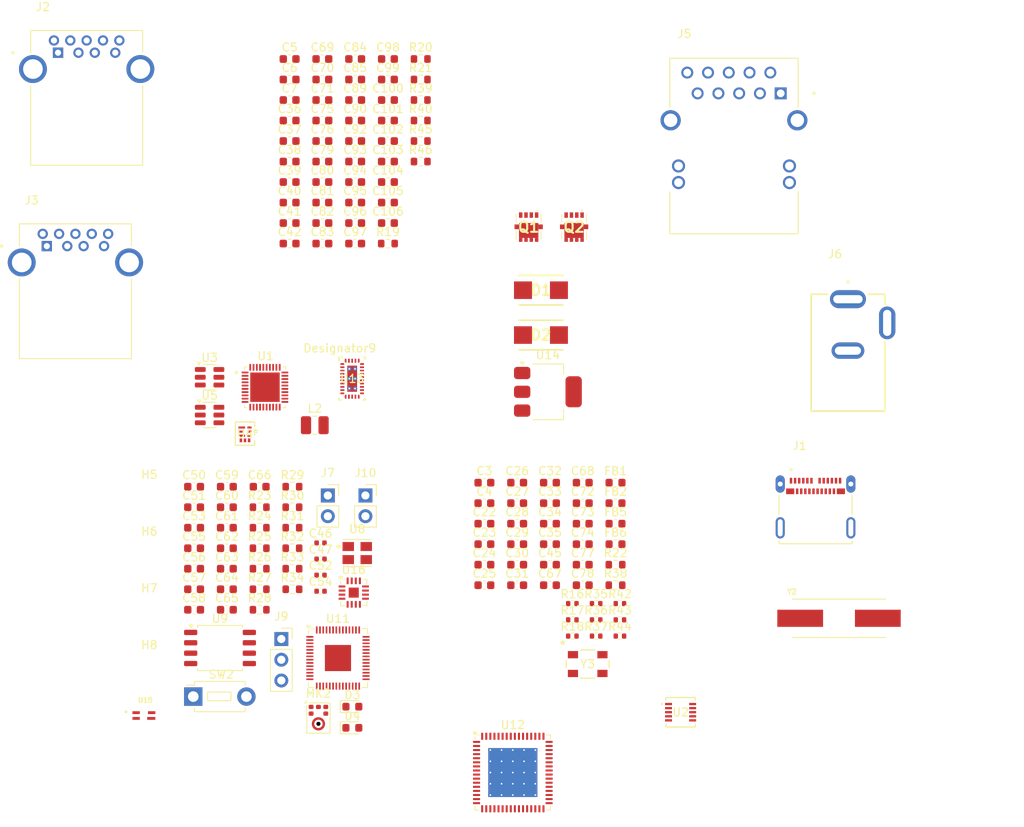
<source format=kicad_pcb>
(kicad_pcb (version 20241229) (generator "pcbnew") (generator_version "9.0")
  (layers (0 "F.Cu" signal) (2 "B.Cu" signal) (13 "F.Paste" user) (15 "B.Paste" user) (5 "F.SilkS" user "F.Silkscreen") (7 "B.SilkS" user "B.Silkscreen") (1 "F.Mask" user) (3 "B.Mask" user) (25 "Edge.Cuts" user))
  (net 0 "")
  (net 1 "Net-(U2-OUT2)")
  (net 2 "+5V")
  (net 3 "Net-(U2-OUT1)")
  (net 4 "GND")
  (net 5 "/UP_VBUS_DIODE")
  (net 6 "+3.3V")
  (net 7 "Net-(C22-Pad2)")
  (net 8 "Net-(C30-Pad2)")
  (net 9 "Net-(U13-TX1P)")
  (net 10 "/IN_TX1+")
  (net 11 "+1V1")
  (net 12 "/IN_TX1-")
  (net 13 "Net-(U13-TX1N)")
  (net 14 "Net-(U13-TX2P)")
  (net 15 "/IN_TX2+")
  (net 16 "/IN_TX2-")
  (net 17 "Net-(U13-TX2N)")
  (net 18 "Net-(U12-GRSTz)")
  (net 19 "/RP2040/XIN")
  (net 20 "/RP2040/XOUT")
  (net 21 "Net-(U11-VREG_VOUT)")
  (net 22 "Net-(U12-XO)")
  (net 23 "Net-(U12-XI)")
  (net 24 "Net-(U1-CKXTAL1)")
  (net 25 "/Power_Supply_5.0")
  (net 26 "/DN2_VBUS")
  (net 27 "/DN3_VBUS")
  (net 28 "/UP_VBUS")
  (net 29 "Net-(U1-U3SSTXP)")
  (net 30 "/DN1_TXN")
  (net 31 "Net-(U1-U3SSTXN)")
  (net 32 "/DN1_TXP")
  (net 33 "Net-(U3-VCAP)")
  (net 34 "Net-(J2-SSTX-)")
  (net 35 "/DN2_TXN")
  (net 36 "/DN2_TXP")
  (net 37 "Net-(J2-SSTX+)")
  (net 38 "/DN3_TXN")
  (net 39 "Net-(J3-SSTX-)")
  (net 40 "Net-(J3-SSTX+)")
  (net 41 "/DN3_TXP")
  (net 42 "Net-(U5-VCAP)")
  (net 43 "Net-(D3-A)")
  (net 44 "Net-(D4-A)")
  (net 45 "/DN2_D-")
  (net 46 "/DN2_RXN")
  (net 47 "/DN2_RXP")
  (net 48 "/DN2_D+")
  (net 49 "/DN3_D-")
  (net 50 "/DN3_D+")
  (net 51 "/DN3_RXN")
  (net 52 "/DN3_RXP")
  (net 53 "/TD3-")
  (net 54 "/ETH_LED2")
  (net 56 "Net-(J5-PadP11)")
  (net 57 "/TD2-")
  (net 58 "/TD4-")
  (net 59 "/TD2+")
  (net 60 "/TD3+")
  (net 61 "/TD1-")
  (net 63 "/TD1+")
  (net 64 "/ETH_LED0")
  (net 65 "/TD4+")
  (net 66 "Net-(J7-Pin_2)")
  (net 67 "/RP2040/SWD")
  (net 68 "/RP2040/SWCLK")
  (net 69 "Net-(J10-Pin_1)")
  (net 70 "Net-(J10-Pin_2)")
  (net 71 "Net-(U4-SW)")
  (net 72 "Net-(MK2-BCLK)")
  (net 73 "Net-(MK2-WS)")
  (net 74 "Net-(MK2-DATA)")
  (net 75 "Net-(Q1-G)")
  (net 76 "Net-(Q2-G)")
  (net 77 "Net-(U12-USB_VBUS)")
  (net 78 "Net-(U12-USB_R1)")
  (net 79 "Net-(U13-DIR)")
  (net 80 "Net-(U13-PORT)")
  (net 81 "Net-(U13-VBUS_DET)")
  (net 82 "Net-(U12-TEST)")
  (net 83 "/RP2040/QSPI_SS")
  (net 84 "/DN0_D+")
  (net 85 "Net-(U11-USB_DP)")
  (net 86 "Net-(U11-USB_DM)")
  (net 87 "/DN0_D-")
  (net 88 "/RP2040/GPIO8")
  (net 89 "/RP2040/GPIO9")
  (net 90 "/RP2040/GPIO6")
  (net 91 "/RP2040/GPIO3")
  (net 92 "/RP2040/GPIO4")
  (net 93 "/RP2040/GPIO7")
  (net 94 "/RP2040/GPIO5")
  (net 95 "Net-(U16-~{SD_MODE})")
  (net 96 "Net-(U12-AUTOENz{slash}HS_SUSPEND)")
  (net 97 "Net-(U12-GANGED{slash}SMBA2{slash}HS_UP)")
  (net 98 "Net-(U12-FULLPWRMGMTz{slash}SMBA1{slash}SS_UP)")
  (net 99 "Net-(U1-RSET)")
  (net 100 "/USB HUB/OVERCUR2")
  (net 101 "/USB HUB/OVERCUR3")
  (net 102 "Net-(U2-ILIM)")
  (net 103 "Net-(U4-FB{slash}VSET)")
  (net 104 "Net-(U4-MODE{slash}S-CONF)")
  (net 105 "/RP2040/RUN")
  (net 107 "/DN1_RXP")
  (net 109 "/DN1_RXN")
  (net 112 "/ETH_LED1")
  (net 113 "/DN1_D+")
  (net 114 "/DN1_D-")
  (net 115 "/USB HUB/BATEN3")
  (net 116 "/USB HUB/BATEN2")
  (net 119 "/RP2040/QSPI_SD3")
  (net 120 "/RP2040/QSPI_SD1")
  (net 121 "/RP2040/QSPI_SCLK")
  (net 122 "/RP2040/QSPI_SD0")
  (net 123 "/RP2040/QSPI_SD2")
  (net 136 "/RP2040/GPIO1")
  (net 145 "/RP2040/GPIO2")
  (net 146 "/RP2040/GPIO0")
  (net 150 "/USB HUB/USB_DN_CH0_TXP")
  (net 153 "/USB HUB/USB_DN_CH0_RXN")
  (net 154 "/UP_D-")
  (net 155 "/USB HUB/USB_DN_CH0_RXP")
  (net 156 "/UP_RXP")
  (net 157 "/UP_RXN")
  (net 160 "/UP_TXN")
  (net 161 "/UP_TXP")
  (net 162 "/USB HUB/USB_DN_CH0_TXN")
  (net 163 "/UP_D+")
  (net 168 "/IN_RX1-")
  (net 171 "/IN_RX2-")
  (net 172 "/IN_RX1+")
  (net 175 "/IN_CC2")
  (net 176 "/IN_CC1")
  (net 178 "/IN_RX2+")
  (footprint "Resistor_SMD:R_0402_1005Metric" (layer "F.Cu") (at 97.349999 89.342)
    (property "Reference" "R17")
    (property "Value" "10K")
  )
  (footprint "Capacitor_SMD:C_0603_1608Metric" (layer "F.Cu") (at 90.599999 72.552)
    (property "Reference" "C26")
    (property "Value" "0.1uF")
  )
  (footprint "ABLS_25_000MHZ_B2F_T:XTAL_ABLS-25.000MHZ-B2F-T" (layer "F.Cu") (at 129.9716 89.154)
    (property "Reference" "Y2")
    (property "Value" "ABLS-25.000MHZ-B2F-T")
  )
  (footprint "Capacitor_SMD:C_0402_1005Metric" (layer "F.Cu") (at 66.5458 79.928)
    (property "Reference" "C46")
    (property "Value" "15pF")
  )
  (footprint "Capacitor_SMD:C_0603_1608Metric" (layer "F.Cu") (at 70.7798 43.2816)
    (property "Reference" "C97")
    (property "Value" "0.1uF")
  )
  (footprint "MountingHole:MountingHole_2.7mm_M2.5" (layer "F.Cu") (at 45.5958 75.268)
    (property "Reference" "H5")
    (property "Value" "MountingHole")
  )
  (footprint "Capacitor_SMD:C_0603_1608Metric" (layer "F.Cu") (at 70.7798 38.2616)
    (property "Reference" "C95")
    (property "Value" "0.1uF")
  )
  (footprint "Capacitor_SMD:C_0603_1608Metric" (layer "F.Cu") (at 90.599999 85.102)
    (property "Reference" "C31")
    (property "Value" "0.1uF")
  )
  (footprint "Capacitor_SMD:C_0603_1608Metric" (layer "F.Cu") (at 94.609999 85.102)
    (property "Reference" "C67")
    (property "Value" "18pF")
  )
  (footprint "Package_DFN_QFN:QFN-56-1EP_7x7mm_P0.4mm_EP3.2x3.2mm" (layer "F.Cu") (at 68.6758 94.018)
    (property "Reference" "U11")
    (property "Value" "RP2040")
  )
  (footprint "Capacitor_SMD:C_0402_1005Metric" (layer "F.Cu") (at 66.5458 85.838)
    (property "Reference" "C54")
    (property "Value" "1μF")
  )
  (footprint "Capacitor_SMD:C_0603_1608Metric" (layer "F.Cu") (at 62.7598 38.2616)
    (property "Reference" "C40")
    (property "Value" "100nF")
  )
  (footprint "Capacitor_SMD:C_0603_1608Metric" (layer "F.Cu") (at 55.0858 78.068)
    (property "Reference" "C61")
    (property "Value" "100nF")
  )
  (footprint "Inductor_SMD:L_0603_1608Metric" (layer "F.Cu") (at 102.629999 72.552)
    (property "Reference" "FB1")
    (property "Value" "220 @100MHz")
  )
  (footprint "Capacitor_SMD:C_0603_1608Metric" (layer "F.Cu") (at 70.7798 25.7116)
    (property "Reference" "C89")
    (property "Value" "100nF")
  )
  (footprint "Capacitor_SMD:C_0603_1608Metric" (layer "F.Cu") (at 86.589999 75.062)
    (property "Reference" "C4")
    (property "Value" "150uF")
  )
  (footprint "Capacitor_SMD:C_0603_1608Metric" (layer "F.Cu") (at 62.7598 35.7516)
    (property "Reference" "C39")
    (property "Value" "100nF")
  )
  (footprint "Resistor_SMD:R_0603_1608Metric" (layer "F.Cu") (at 63.1058 80.578)
    (property "Reference" "R32")
    (property "Value" "2.2kΩ")
  )
  (footprint "Capacitor_SMD:C_0603_1608Metric" (layer "F.Cu") (at 74.7898 33.2416)
    (property "Reference" "C103")
    (property "Value" "100nF")
  )
  (footprint "Capacitor_SMD:C_0603_1608Metric" (layer "F.Cu") (at 62.7598 30.7316)
    (property "Reference" "C37")
    (property "Value" "100nF")
  )
  (footprint "Resistor_SMD:R_0603_1608Metric" (layer "F.Cu") (at 63.1058 85.598)
    (property "Reference" "R34")
    (property "Value" "1MΩ")
  )
  (footprint "SMBJ:DIONM5436X261N" (layer "F.Cu") (at 93.509999 54.482)
    (property "Reference" "D2")
    (property "Value" "SMBJ33CA" (hide yes))
  )
  (footprint "DCJ200-10-A-XX-K_REVA:GCT_DCJ200-10-A-XX-K_REVA" (layer "F.Cu") (at 131.064 56.642)
    (property "Reference" "J6")
    (property "Value" "DCJ200-10-A-XX-K_REVA")
  )
  (footprint "Capacitor_SMD:C_0603_1608Metric" (layer "F.Cu") (at 98.619999 85.102)
    (property "Reference" "C78")
    (property "Value" "0.1uF")
  )
  (footprint "Capacitor_SMD:C_0603_1608Metric" (layer "F.Cu") (at 90.599999 82.592)
    (property "Reference" "C30")
    (property "Value" "0.1uF")
  )
  (footprint "Capacitor_SMD:C_0603_1608Metric" (layer "F.Cu") (at 51.0758 78.068)
    (property "Reference" "C53")
    (property "Value" "100nF")
  )
  (footprint "Connector_PinSocket_2.54mm:PinSocket_1x03_P2.54mm_Vertical" (layer "F.Cu") (at 61.7458 91.688)
    (property "Reference" "J9")
    (property "Value" "Conn_01x03")
  )
  (footprint "Capacitor_SMD:C_0603_1608Metric" (layer "F.Cu") (at 66.7698 30.7316)
    (property "Reference" "C76")
    (property "Value" "10nF")
  )
  (footprint "Capacitor_SMD:C_0603_1608Metric" (layer "F.Cu") (at 51.0758 83.088)
    (property "Reference" "C56")
    (property "Value" "100nF")
  )
  (footprint "Capacitor_SMD:C_0603_1608Metric" (layer "F.Cu") (at 74.7898 35.7516)
    (property "Reference" "C104")
    (property "Value" "100nF")
  )
  (footprint "Connector_PinSocket_2.54mm:PinSocket_1x02_P2.54mm_Vertical" (layer "F.Cu") (at 67.4358 74.118)
    (property "Reference" "J7")
    (property "Value" "Conn_01x02")
  )
  (footprint "Capacitor_SMD:C_0603_1608Metric" (layer "F.Cu") (at 59.0958 73.048)
    (property "Reference" "C66")
    (property "Value" "0.1μF")
  )
  (footprint "Resistor_SMD:R_0402_1005Metric" (layer "F.Cu") (at 103.169999 89.342)
    (property "Reference" "R43")
    (property "Value" "10K")
  )
  (footprint "Package_TO_SOT_SMD:SOT-23-6" (layer "F.Cu") (at 52.969999 59.647)
    (property "Reference" "U3")
    (property "Value" "LM74700")
  )
  (footprint "Package_TO_SOT_SMD:SOT-223-3_TabPin2" (layer "F.Cu") (at 94.359999 61.427)
    (property "Reference" "U14")
    (property "Value" "NCP1117-3.3_SOT223")
  )
  (footprint "Capacitor_SMD:C_0603_1608Metric" (layer "F.Cu") (at 74.7898 25.7116)
    (property "Reference" "C100")
    (property "Value" "22uF")
  )
  (footprint "Capacitor_SMD:C_0603_1608Metric" (layer "F.Cu") (at 98.619999 75.062)
    (property "Reference" "C72")
    (property "Value" "0.1uF")
  )
  (footprint "KiCad:NVTFS6H854NTAG" (layer "F.Cu") (at 97.564999 41.232)
    (property "Reference" "Q2")
    (property "Value" "NTTFS5C673NLTAG" (hide yes))
  )
  (footprint "Capacitor_SMD:C_0603_1608Metric" (layer "F.Cu") (at 66.7698 40.7716)
    (property "Reference" "C82")
    (property "Value" "0.1uF")
  )
  (footprint "Resistor_SMD:R_0603_1608Metric" (layer "F.Cu") (at 78.7998 20.6916)
    (property "Reference" "R20")
    (property "Value" "4.7k")
  )
  (footprint "Capacitor_SMD:C_0603_1608Metric" (layer "F.Cu") (at 70.7798 30.7316)
    (property "Reference" "C92")
    (property "Value" "0.1uF")
  )
  (footprint "Capacitor_SMD:C_0603_1608Metric" (layer "F.Cu") (at 90.599999 77.572)
    (property "Reference" "C28")
    (property "Value" "0.1uF")
  )
  (footprint "Capacitor_SMD:C_0603_1608Metric" (layer "F.Cu") (at 66.7698 25.7116)
    (property "Reference" "C71")
    (property "Value" "22nF")
  )
  (footprint "Connector_PinSocket_2.54mm:PinSocket_1x02_P2.54mm_Vertical" (layer "F.Cu") (at 72.0358 74.118)
    (property "Reference" "J10")
    (property "Value" "Conn_01x02")
  )
  (footprint "SMBJ:DIONM5436X261N" (layer "F.Cu") (at 93.509999 48.992)
    (property "Reference" "D1")
    (property "Value" "SMBJ33CA" (hide yes))
  )
  (footprint "Resistor_SMD:R_0402_1005Metric" (layer "F.Cu") (at 103.169999 91.332)
    (property "Reference" "R44")
    (property "Value" "25.5K")
  )
  (footprint "Capacitor_SMD:C_0603_1608Metric" (layer "F.Cu") (at 55.0858 80.578)
    (property "Reference" "C62")
    (property "Value" "0.1μF")
  )
  (footprint "Capacitor_SMD:C_0603_1608Metric" (layer "F.Cu") (at 74.7898 23.2016)
    (property "Reference" "C99")
    (property "Value" "0.1uF")
  )
  (footprint "Capacitor_SMD:C_0603_1608Metric" (layer "F.Cu") (at 51.0758 85.598)
    (property "Reference" "C57")
    (property "Value" "100nF")
  )
  (footprint "Capacitor_SMD:C_0603_1608Metric" (layer "F.Cu") (at 66.7698 28.2216)
    (property "Reference" "C75")
    (property "Value" "0.1uF")
  )
  (footprint "Capacitor_SMD:C_0603_1608Metric" (layer "F.Cu") (at 74.7898 30.7316)
    (property "Reference" "C102")
    (property "Value" "100nF")
  )
  (footprint "Capacitor_SMD:C_0603_1608Metric" (layer "F.Cu") (at 90.599999 75.062)
    (property "Reference" "C27")
    (property "Value" "0.1uF")
  )
  (footprint "Capacitor_SMD:C_0603_1608Metric" (layer "F.Cu") (at 70.7798 28.2216)
    (property "Reference" "C90")
    (property "Value" "100nF")
  )
  (footprint "HD3SS:RNH0030A" (layer "F.Cu") (at 70.414401 59.8232)
    (property "Reference" "U13")
    (property "Value" "HD3SS3220IRNHR")
  )
  (footprint "Capacitor_SMD:C_0603_1608Metric" (layer "F.Cu") (at 86.589999 82.592)
    (property "Reference" "C24")
    (property "Value" "0.1uF")
  )
  (footprint "Capacitor_SMD:C_0603_1608Metric" (layer "F.Cu") (at 98.619999 82.592)
    (property "Reference" "C77")
    (property "Value" "0.1uF")
  )
  (footprint "Capacitor_SMD:C_0603_1608Metric" (layer "F.Cu") (at 66.7698 33.2416)
    (property "Reference" "C79")
    (property "Value" "0.1uF")
  )
  (footprint "Capacitor_SMD:C_0603_1608Metric" (layer "F.Cu") (at 55.0858 88.108)
    (property "Reference" "C65")
    (property "Value" "10μF")
  )
  (footprint "10152803_00011LF:AMPHENOL_10152803-00011LF" (layer "F.Cu") (at 127.0996 78.0796)
    (property "Reference" "J1")
    (property "Value" "10152803-00011LF")
    (fp_line (start -4.62 -4.86) (end -4.62 -5.86) (stroke (width 0.01)) (layer "Edge.Cuts"))
    (fp_line (start -4.02 -5.86) (end -4.02 -4.86) (stroke (width 0.01)) (layer "Edge.Cuts"))
    (fp_line (start 4.02 -4.86) (end 4.02 -5.86) (stroke (width 0.01)) (layer "Edge.Cuts"))
    (fp_line (start 4.62 -5.86) (end 4.62 -4.86) (stroke (width 0.01)) (layer "Edge.Cuts"))
    (fp_arc (start -4.62 -5.86) (mid -4.532132 -6.072132) (end -4.32 -6.16) (stroke (width 0.01)) (layer "Edge.Cuts"))
    (fp_arc (start -4.32 -6.16) (mid -4.107868 -6.072132) (end -4.02 -5.86) (stroke (width 0.01)) (layer "Edge.Cuts"))
    (fp_arc (start -4.32 -4.56) (mid -4.532132 -4.647868) (end -4.62 -4.86) (stroke (width 0.01)) (layer "Edge.Cuts"))
    (fp_arc (start -4.02 -4.86) (mid -4.107868 -4.647868) (end -4.32 -4.56) (stroke (width 0.01)) (layer "Edge.Cuts"))
    (fp_arc (start 4.02 -5.86) (mid 4.107868 -6.072132) (end 4.32 -6.16) (stroke (width 0.01)) (layer "Edge.Cuts"))
    (fp_arc (start 4.32 -6.16) (mid 4.532132 -6.072132) (end 4.62 -5.86) (stroke (width 0.01)) (layer "Edge.Cuts"))
    (fp_arc (start 4.32 -4.56) (mid 4.107868 -4.647868) (end 4.02 -4.86) (stroke (width 0.01)) (layer "Edge.Cuts"))
    (fp_arc (start 4.62 -4.86) (mid 4.532132 -4.647868) (end 4.32 -4.56) (stroke (width 0.01)) (layer "Edge.Cuts"))
  )
  (footprint "Capacitor_SMD:C_0603_1608Metric" (layer "F.Cu") (at 70.7798 35.7516)
    (property "Reference" "C94")
    (property "Value" "0.1uF")
  )
  (footprint "Capacitor_SMD:C_0603_1608Metric" (layer "F.Cu") (at 55.0858 73.048)
    (property "Reference" "C59")
    (property "Value" "100nF")
  )
  (footprint "GSB4111312HR:AMPHENOL_GSB4111312HR" (layer "F.Cu") (at 36.5579 45.5936)
    (property "Reference" "J3")
    (property "Value" "GSB4111312HR")
  )
  (footprint "footprints1:CRYSTAL_ABM3C_ABR" (layer "F.Cu") (at 99.227099 94.7574)
    (property "Reference" "Y3")
    (property "Value" "ABM3C-24.000MHZ-D4Y-T")
  )
  (footprint "Capacitor_SMD:C_0603_1608Metric" (layer "F.Cu") (at 94.609999 82.592)
    (property "Reference" "C45")
    (property "Value" "1uF")
  )
  (footprint "Resistor_SMD:R_0603_1608Metric" (layer "F.Cu") (at 59.0958 83.088)
    (property "Reference" "R26")
    (property "Value" "27Ω")
  )
  (footprint "Capacitor_SMD:C_0603_1608Metric" (layer "F.Cu") (at 86.589999 72.552)
    (property "Reference" "C3")
    (property "Value" "150uF")
  )
  (footprint "Capacitor_SMD:C_0402_1005Metric" (layer "F.Cu") (at 66.5458 81.898)
    (property "Reference" "C47")
    (property "Value" "15pF")
  )
  (footprint "ABM8-272-T3:ABM8-272-T3" (layer "F.Cu") (at 71.0348 81.167)
    (property "Reference" "U8")
    (property "Value" "ABM8-272-T3")
  )
  (footprint "Capacitor_SMD:C_0603_1608Metric" (layer "F.Cu") (at 62.7598 28.2216)
    (property "Reference" "C36")
    (property "Value" "100nF")
  )
  (footprint "Capacitor_SMD:C_0603_1608Metric" (layer "F.Cu") (at 74.7898 28.2216)
    (property "Reference" "C101")
    (property "Value" "10uF")
  )
  (footprint "Resistor_SMD:R_0402_1005Metric" (layer "F.Cu") (at 103.169999 87.352)
    (property "Reference" "R42")
    (property "Value" "10K")
  )
  (footprint "Capacitor_SMD:C_0603_1608Metric" (layer "F.Cu") (at 70.7798 33.2416)
    (property "Reference" "C93")
    (property "Value" "0.1uF")
  )
  (footprint "Button_Switch_THT:SW_PUSH_1P1T_6x3.5mm_H4.3_APEM_MJTP1243" (layer "F.Cu") (at 50.9758 98.738)
    (property "Reference" "SW2")
    (property "Value" "SW_Push")
  )
  (footprint "Capacitor_SMD:C_0603_1608Metric" (layer "F.Cu") (at 62.7598 40.7716)
    (property "Reference" "C41")
    (property "Value" "10μF")
  )
  (footprint "footprints:DRC10_2P4X1P65" (layer "F.Cu") (at 110.589799 100.650799)
    (property "Reference" "U2")
    (property "Value" "TPS2561DRCR")
  )
  (footprint "Capacitor_SMD:C_0603_1608Metric" (layer "F.Cu") (at 62.7598 25.7116)
    (property "Reference" "C7")
    (property "Value" "100uF")
  )
  (footprint "Capacitor_SMD:C_0603_1608Metric" (layer "F.Cu") (at 98.619999 72.552)
    (property "Reference" "C68")
    (property "Value" "18pF")
  )
  (footprint "Resistor_SMD:R_0603_1608Metric" (layer "F.Cu") (at 74.7898 43.2816)
    (property "Reference" "R19")
    (property "Value" "200K")
  )
  (footprint "MountingHole:MountingHole_2.7mm_M2.5" (layer "F.Cu") (at 45.5958 96.118)
    (property "Reference" "H8")
    (property "Value" "MountingHole")
  )
  (footprint "Capacitor_SMD:C_0603_1608Metric" (layer "F.Cu") (at 62.7598 33.2416)
    (property "Reference" "C38")
    (property "Value" "100nF")
  )
  (footprint "Resistor_SMD:R_0603_1608Metric" (layer "F.Cu") (at 59.0958 80.578)
    (property "Reference" "R25")
    (property "Value" "27Ω")
  )
  (footprint "Capacitor_SMD:C_0603_1608Metric" (layer "F.Cu") (at 51.0758 88.108)
    (property "Reference" "C58")
    (property "Value" "100nF")
  )
  (footprint "Resistor_SMD:R_0603_1608Metric" (layer "F.Cu") (at 59.0958 85.598)
    (property "Reference" "R27")
    (property "Value" "150Ω")
  )
  (footprint "Inductor_SMD:L_0603_1608Metric" (layer "F.Cu") (at 102.629999 75.062)
    (property "Reference" "FB2")
    (property "Value" "220 @100MHz")
  )
  (footprint "RTL8153B-VB-CG:QFN40P500X500X90-41N" (layer "F.Cu") (at 59.744999 60.867)
    (property "Reference" "U1")
    (property "Value" "RTL8153B-VB-CG")
  )
  (footprint "Capacitor_SMD:C_0603_1608Metric" (layer "F.Cu") (at 55.0858 83.088)
    (property "Reference" "C63")
    (property "Value" "200pF")
  )
  (footprint "Sensor_Audio:Knowles_SPH0645LM4H-6_3.5x2.65mm" (layer "F.Cu") (at 66.2858 101.363)
    (property "Reference" "MK2")
    (property "Value" "SPH0645LM4H")
  )
  (footprint "Resistor_SMD:R_0603_1608Metric" (layer "F.Cu") (at 78.7998 33.2416)
    (property "Reference" "R46")
    (property "Value" "26.1K")
  )
  (footprint "Resistor_SMD:R_0402_1005Metric" (layer "F.Cu") (at 100.259999 87.352)
    (property "Reference" "R35")
    (property "Value" "4.7K")
  )
  (footprint "Resistor_SMD:R_0603_1608Metric" (layer "F.Cu") (at 78.7998 28.2216)
    (property "Reference" "R40")
    (property "Value" "470R")
  )
  (footprint "Resistor_SMD:R_0603_1608Metric" (layer "F.Cu") (at 63.1058 83.088)
    (property "Reference" "R33")
    (property "Value" "51Ω")
  )
  (footprint "Capacitor_SMD:C_0603_1608Metric" (layer "F.Cu") (at 94.609999 75.062)
    (property "Reference" "C33")
    (property "Value" "0.1uF")
  )
  (footprint "Capacitor_SMD:C_0603_1608Metric" (layer "F.Cu") (at 94.609999 72.552)
    (property "Reference" "C32")
    (property "Value" "0.1uF")
  )
  (footprint "Package_DFN_QFN:QFN-64-1EP_9x9mm_P0.5mm_EP6x6mm_ThermalVias" (layer "F.Cu") (at 90.0672 108.0337)
    (property "Reference" "U12")
    (property "Value" "TUSB8041")
  )
  (footprint "Resistor_SMD:R_0402_1005Metric" (layer "F.Cu") (at 100.259999 91.332)
    (property "Reference" "R37")
    (property "Value" "4.7K")
  )
  (footprint "Capacitor_SMD:C_0603_1608Metric" (layer "F.Cu") (at 51.0758 75.558)
    (property "Reference" "C51")
    (property "Value" "100nF")
  )
  (footprint "Capacitor_SMD:C_0603_1608Metric" (layer "F.Cu") (at 70.7798 20.6916)
    (property "Reference" "C84")
    (property "Value" "0.1uF")
  )
  (footprint "Capacitor_SMD:C_0603_1608Metric" (layer "F.Cu") (at 98.619999 80.082)
    (property "Reference" "C74")
    (property "Value" "0.1uF")
  )
  (footprint "Capacitor_SMD:C_0603_1608Metric" (layer "F.Cu") (at 55.0858 85.598)
    (property "Reference" "C64")
    (property "Value" "100nF")
  )
  (footprint "Inductor_SMD:L_1008_2520Metric" (layer "F.Cu") (at 65.839999 65.522)
    (property "Reference" "L2")
    (property "Value" "1uH")
  )
  (footprint "Capacitor_SMD:C_0603_1608Metric" (layer "F.Cu") (at 94.609999 80.082)
    (property "Reference" "C35")
    (property "Value" "10uF")
  )
  (footprint "VEML6040:VISHAY_VEML6040_1.25X2X1" (layer "F.Cu") (at 44.9343 101.0565)
    (property "Reference" "U15")
    (property "Value" "VEML6040")
  )
  (footprint "Capacitor_SMD:C_0603_1608Metric" (layer "F.Cu") (at 86.589999 77.572)
    (property "Reference" "C22")
    (property "Value" "0.1uF")
  )
  (footprint "Resistor_SMD:R_0402_1005Metric" (layer "F.Cu") (at 97.349999 91.332)
    (property "Reference" "R18")
    (property "Value" "9.53K")
  )
  (footprint "Resistor_SMD:R_0603_1608Metric" (layer "F.Cu") (at 102.629999 85.102)
    (property "Reference" "R38")
    (property "Value" "4.7K")
  )
  (footprint "Resistor_SMD:R_0603_1608Metric" (layer "F.Cu") (at 59.0958 75.558)
    (property "Reference" "R23")
    (property "Value" "1kΩ")
  )
  (footprint "Capacitor_SMD:C_0603_1608Metric" (layer "F.Cu") (at 90.599999 80.082)
    (property "Reference" "C29")
    (property "Value" "10uF")
  )
  (footprint "Capacitor_SMD:C_0603_1608Metric" (layer "F.Cu") (at 86.589999 85.102)
    (property "Reference" "C25")
    (property "Value" "0.1uF")
  )
  (footprint "Package_SO:SOIC-8_5.3x5.3mm_P1.27mm" (layer "F.Cu") (at 54.2458 92.788)
    (property "Reference" "U9")
    (property "Value" "W25Q128JVS")
  )
  (footprint "Inductor_SMD:L_0603_1608Metric" (layer "F.Cu") (at 102.629999 80.082)
    (property "Reference" "FB6")
    (property "Value" "220 @100MHz")
  )
  (footprint "ARJM11D7-502-AB-EW2:ABRACON_ARJM11D7-502-AB-EW2" (layer "F.Cu") (at 117.1226 31.244)
    (property "Reference" "J5")
    (property "Value" "ARJM11D7-502-AB-EW2")
  )
  (footprint "Resistor_SMD:R_0603_1608Metric" (layer "F.Cu") (at 59.0958 78.068)
    (property "Reference" "R24")
    (property "Value" "DNF")
  )
  (footprint "Resistor_SMD:R_0603_1608Metric" (layer "F.Cu") (at 63.1058 73.048)
    (property "Reference" "R29")
    (property "Value" "2.2kΩ")
  )
  (footprint "Resistor_SMD:R_0603_1608Metric" (layer "F.Cu") (at 102.629999 82.592)
    (property "Reference" "R22")
    (property "Value" "4.7K")
  )
  (footprint "Capacitor_SMD:C_0603_1608Metric" (layer "F.Cu") (at 94.609999 77.572)
    (property "Reference" "C34")
    (property "Value" "10uF")
  )
  (footprint "Inductor_SMD:L_0603_1608Metric" (layer "F.Cu") (at 102.629999 77.572)
    (property "Reference" "FB5")
    (property "Value" "220 @100MHz")
  )
  (footprint "GSB4111312HR:AMPHENOL_GSB4111312HR" (layer "F.Cu") (at 37.9295 21.9208)
    (property "Reference" "J2")
    (property "Value" "GSB4111312HR")
  )
  (footprint "Capacitor_SMD:C_0402_1005Metric" (layer "F.Cu") (at 66.5458 83.868)
    (property "Reference" "C52")
    (property "Value" "1μF")
  )
  (footprint "Capacitor_SMD:C_0603_1608Metric" (layer "F.Cu") (at 62.7598 23.2016)
    (property "Reference" "C6")
    (property "Value" "100uF")
  )
  (footprint "Resistor_SMD:R_0603_1608Metric" (layer "F.Cu") (at 78.7998 30.7316)
    (property "Reference" "R45")
    (property "Value" "11K")
  )
  (footprint "Capacitor_SMD:C_0603_1608Metric" (layer "F.Cu") (at 74.7898 20.6916)
    (property "Reference" "C98")
    (property "Value" "0.1uF")
  )
  (footprint "Capacitor_SMD:C_0603_1608Metric" (layer "F.Cu") (at 66.7698 38.2616)
    (property "Reference" "C81")
    (property "Value" "0.1uF")
  )
  (footprint "Capacitor_SMD:C_0603_1608Metric" (layer "F.Cu") (at 70.7798 23.2016)
    (property "Reference" "C85")
    (property "Value" "22nF")
  )
  (footprint "Capacitor_SMD:C_0603_1608Metric" (layer "F.Cu") (at 86.589999 80.082)
    (property "Reference" "C23")
    (property "Value" "0.1uF")
  )
  (footprint "MountingHole:MountingHole_2.7mm_M2.5" (layer "F.Cu") (at 45.5958 89.168)
    (property "Reference" "H7")
    (property "Value" "MountingHole")
  )
  (footprint "Capacitor_SMD:C_0603_1608Metric" (layer "F.Cu") (at 62.7598 43.2816)
    (property "Reference" "C42")
    (property "Value" "10μF")
  )
  (footprint "Package_DFN_QFN:TQFN-16-1EP_3x3mm_P0.5mm_EP1.23x1.23mm" (layer "F.Cu") (at 70.6058 86.008)
    (property "Reference" "U16")
    (property "Value" "MAX98357A")
  )
  (footprint "Resistor_SMD:R_0603_1608Metric" (layer "F.Cu") (at 59.0958 88.108)
    (property "Reference" "R28")
    (property "Value" "150Ω")
  )
  (footprint "Resistor_SMD:R_0603_1608Metric" (layer "F.Cu") (at 78.7998 23.2016)
    (property "Reference" "R21")
    (property "Value" "900K")
  )
  (footprint "footprints2:QFN_902RPJR_TEX" (layer "F.Cu") (at 57.302299 66.5486)
    (property "Reference" "U4")
    (property "Value" "TPS62902RPJR")
  )
  (footprint "Capacitor_SMD:C_0603_1608Metric" (layer "F.Cu") (at 66.7698 20.6916)
    (property "Reference" "C69")
    (property "Value" "27pF")
  )
  (footprint "Capacitor_SMD:C_0603_1608Metric" (layer "F.Cu") (at 55.0858 75.558)
    (property "Reference" "C60")
    (property "Value" "100nF")
  )
  (footprint "Resistor_SMD:R_0603_1608Metric" (layer "F.Cu") (at 63.1058 78.068)
    (property "Reference" "R31")
    (property "Value" "51Ω")
  )
  (footprint "Capacitor_SMD:C_0603_1608Metric" (layer "F.Cu") (at 66.7698 23.2016)
    (property "Reference" "C70")
    (property "Value" "27pF")
  )
  (footprint "Capacitor_SMD:C_0603_1608Metric" (layer "F.Cu") (at 74.7898 38.2616)
    (property "Reference" "C105")
    (property "Value" "100nF")
  )
  (footprint "Capacitor_SMD:C_0603_1608Metric" (layer "F.Cu") (at 51.0758 80.578)
    (property "Reference" "C55")
    (property "Value" "100nF")
  )
  (footprint "Capacitor_SMD:C_0603_1608Metric" (layer "F.Cu") (at 51.0758 73.048)
    (property "Reference" "C50")
    (property "Value" "100μF")
  )
  (footprint "MountingHole:MountingHole_2.7mm_M2.5" (layer "F.Cu") (at 45.5958 82.218)
    (property "Reference" "H6")
    (property "Value" "MountingHole")
  )
  (footprint "Capacitor_SMD:C_0603_1608Metric" (layer "F.Cu") (at 62.7598 20.6916)
    (property "Reference" "C5")
    (property "Value" "100uF")
  )
  (footprint "Capacitor_SMD:C_0603_1608Metric" (layer "F.Cu") (at 66.7698 35.7516)
    (property "Reference" "C80")
    (property "Value" "0.1uF")
  )
  (footprint "KiCad:NVTFS6H854NTAG" (layer "F.Cu") (at 92.004999 41.232)
    (property "Reference" "Q1")
    (property "Value" "NTTFS5C673NLTAG" (hide yes))
  )
  (footprint "LED_SMD:LED_0603_1608Metric" (layer "F.Cu") (at 70.4358 102.558)
    (property "Reference" "D4")
    (property "Value" "LED")
  )
  (footprint "Resistor_SMD:R_0603_1608Metric" (layer "F.Cu") (at 78.7998 25.7116)
    (property "Reference" "R39")
    (property "Value" "2.49K")
  )
  (footprint "Resistor_SMD:R_0402_1005Metric" (layer "F.Cu") (at 100.259999 89.342)
    (property "Reference" "R36")
    (property "Value" "4.7K")
  )
  (footprint "Resistor_SMD:R_0402_1005Metric" (layer "F.Cu") (at 97.349999 87.352)
    (property "Reference" "R16")
    (property "Value" "90.9K")
  )
  (footprint "Capacitor_SMD:C_0603_1608Metric" (layer "F.Cu") (at 70.7798 40.7716)
    (property "Reference" "C96")
    (property "Value" "0.1uF")
  )
  (footprint "Capacitor_SMD:C_0603_1608Metric" (layer "F.Cu") (at 66.7698 43.2816)
    (property "Reference" "C83")
    (property "Value" "0.1uF")
  )
  (footprint "Resistor_SMD:R_0603_1608Metric" (layer "F.Cu") (at 63.1058 75.558)
    (property "Reference" "R30")
    (property "Value" "51Ω")
  )
  (footprint "Capacitor_SMD:C_0603_1608Metric" (layer "F.Cu") (at 98.619999 77.572)
    (property "Reference" "C73")
    (property "Value" "0.1uF")
  )
  (footprint "Capacitor_SMD:C_0603_1608Metric" (layer "F.Cu") (at 74.7898 40.7716)
    (property "Reference" "C106")
    (property "Value" "0.1uF")
  )
  (footprint "LED_SMD:LED_0603_1608Metric" (layer "F.Cu") (at 70.4358 99.968)
    (property "Reference" "D3")
    (property "Value" "LED")
  )
  (footprint "Package_TO_SOT_SMD:SOT-23-6" (layer "F.Cu") (at 52.969999 64.272)
    (property "Reference" "U5")
    (property "Value" "LM74700")
  )
)
</source>
